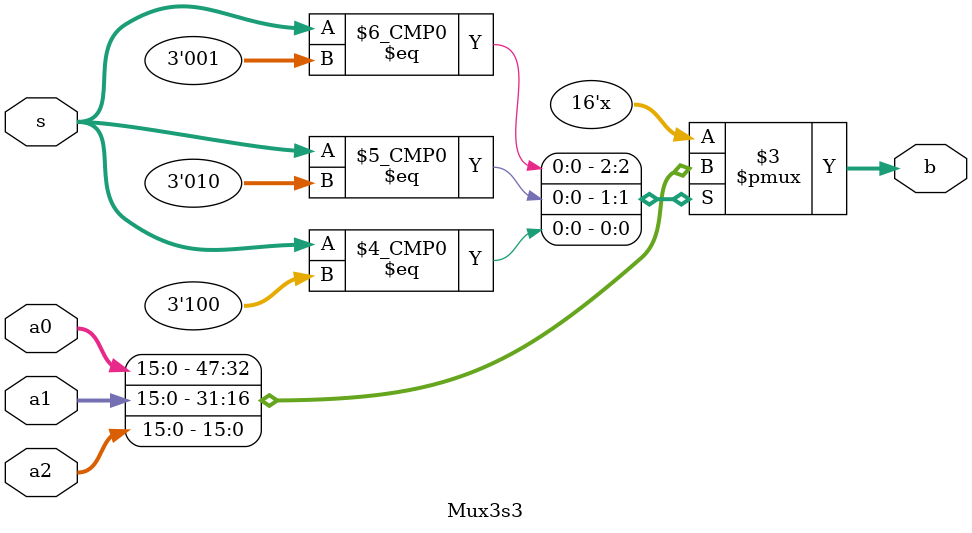
<source format=v>
module Mux3s3(a2, a1, a0, s, b) ;
	parameter n = 16 ;
	input [n-1:0] a2, a1, a0 ; 	//inputs with 16 bits corresponding to 16 bit busses
	input [2:0] s ;  				
	output[n-1:0] b ;
	reg   [n-1:0] b ;
	
	always @(*) begin
		case(s)
			3'b001: b = a0 ;
			3'b010: b = a1 ;
			3'b100: b = a2 ;
			default: b = {n{1'bx}} ;
		endcase
	end
endmodule 
</source>
